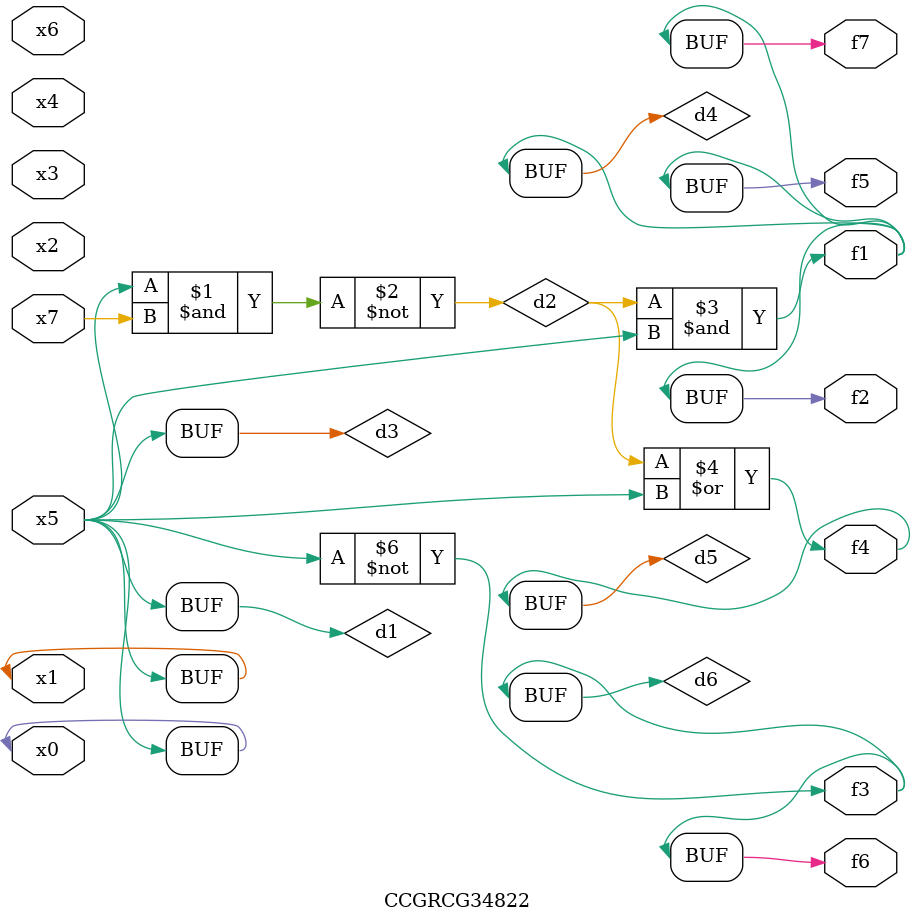
<source format=v>
module CCGRCG34822(
	input x0, x1, x2, x3, x4, x5, x6, x7,
	output f1, f2, f3, f4, f5, f6, f7
);

	wire d1, d2, d3, d4, d5, d6;

	buf (d1, x0, x5);
	nand (d2, x5, x7);
	buf (d3, x0, x1);
	and (d4, d2, d3);
	or (d5, d2, d3);
	nor (d6, d1, d3);
	assign f1 = d4;
	assign f2 = d4;
	assign f3 = d6;
	assign f4 = d5;
	assign f5 = d4;
	assign f6 = d6;
	assign f7 = d4;
endmodule

</source>
